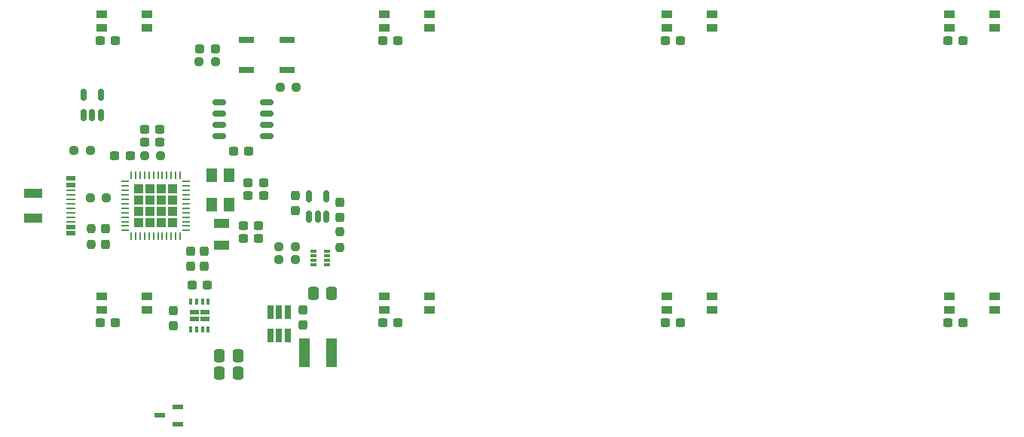
<source format=gtp>
G04 #@! TF.GenerationSoftware,KiCad,Pcbnew,(7.0.0)*
G04 #@! TF.CreationDate,2023-09-26T17:08:46-04:00*
G04 #@! TF.ProjectId,Switch Panel Rev 1,53776974-6368-4205-9061-6e656c205265,rev?*
G04 #@! TF.SameCoordinates,Original*
G04 #@! TF.FileFunction,Paste,Top*
G04 #@! TF.FilePolarity,Positive*
%FSLAX46Y46*%
G04 Gerber Fmt 4.6, Leading zero omitted, Abs format (unit mm)*
G04 Created by KiCad (PCBNEW (7.0.0)) date 2023-09-26 17:08:46*
%MOMM*%
%LPD*%
G01*
G04 APERTURE LIST*
G04 Aperture macros list*
%AMRoundRect*
0 Rectangle with rounded corners*
0 $1 Rounding radius*
0 $2 $3 $4 $5 $6 $7 $8 $9 X,Y pos of 4 corners*
0 Add a 4 corners polygon primitive as box body*
4,1,4,$2,$3,$4,$5,$6,$7,$8,$9,$2,$3,0*
0 Add four circle primitives for the rounded corners*
1,1,$1+$1,$2,$3*
1,1,$1+$1,$4,$5*
1,1,$1+$1,$6,$7*
1,1,$1+$1,$8,$9*
0 Add four rect primitives between the rounded corners*
20,1,$1+$1,$2,$3,$4,$5,0*
20,1,$1+$1,$4,$5,$6,$7,0*
20,1,$1+$1,$6,$7,$8,$9,0*
20,1,$1+$1,$8,$9,$2,$3,0*%
G04 Aperture macros list end*
%ADD10RoundRect,0.150000X0.625000X0.150000X-0.625000X0.150000X-0.625000X-0.150000X0.625000X-0.150000X0*%
%ADD11R,1.700000X0.800000*%
%ADD12RoundRect,0.237500X-0.250000X-0.237500X0.250000X-0.237500X0.250000X0.237500X-0.250000X0.237500X0*%
%ADD13RoundRect,0.237500X-0.300000X-0.237500X0.300000X-0.237500X0.300000X0.237500X-0.300000X0.237500X0*%
%ADD14R,0.650000X1.560000*%
%ADD15R,2.000000X1.000000*%
%ADD16R,1.000000X0.520000*%
%ADD17R,1.000000X0.270000*%
%ADD18RoundRect,0.250000X0.337500X0.475000X-0.337500X0.475000X-0.337500X-0.475000X0.337500X-0.475000X0*%
%ADD19RoundRect,0.237500X-0.237500X0.300000X-0.237500X-0.300000X0.237500X-0.300000X0.237500X0.300000X0*%
%ADD20RoundRect,0.237500X0.237500X-0.300000X0.237500X0.300000X-0.237500X0.300000X-0.237500X-0.300000X0*%
%ADD21R,1.300000X1.600000*%
%ADD22RoundRect,0.237500X-0.237500X0.250000X-0.237500X-0.250000X0.237500X-0.250000X0.237500X0.250000X0*%
%ADD23RoundRect,0.150000X0.150000X-0.512500X0.150000X0.512500X-0.150000X0.512500X-0.150000X-0.512500X0*%
%ADD24RoundRect,0.237500X0.300000X0.237500X-0.300000X0.237500X-0.300000X-0.237500X0.300000X-0.237500X0*%
%ADD25RoundRect,0.237500X0.250000X0.237500X-0.250000X0.237500X-0.250000X-0.237500X0.250000X-0.237500X0*%
%ADD26RoundRect,0.012800X-0.317200X-0.147200X0.317200X-0.147200X0.317200X0.147200X-0.317200X0.147200X0*%
%ADD27RoundRect,0.250000X0.292217X0.292217X-0.292217X0.292217X-0.292217X-0.292217X0.292217X-0.292217X0*%
%ADD28RoundRect,0.062500X0.375000X0.062500X-0.375000X0.062500X-0.375000X-0.062500X0.375000X-0.062500X0*%
%ADD29RoundRect,0.062500X0.062500X0.375000X-0.062500X0.375000X-0.062500X-0.375000X0.062500X-0.375000X0*%
%ADD30R,1.300000X0.600000*%
%ADD31R,1.000000X0.600000*%
%ADD32R,0.350000X0.650000*%
%ADD33R,1.200000X3.300000*%
%ADD34RoundRect,0.237500X-0.287500X-0.237500X0.287500X-0.237500X0.287500X0.237500X-0.287500X0.237500X0*%
%ADD35R,1.800000X1.000000*%
%ADD36R,1.200000X0.900000*%
G04 APERTURE END LIST*
D10*
X66835400Y-58826400D03*
X66835400Y-57556400D03*
X66835400Y-56286400D03*
X66835400Y-55016400D03*
X61485400Y-55016400D03*
X61485400Y-56286400D03*
X61485400Y-57556400D03*
X61485400Y-58826400D03*
D11*
X69087999Y-51356999D03*
X69087999Y-47956999D03*
D12*
X46966500Y-65735200D03*
X48791500Y-65735200D03*
D13*
X111584400Y-79806800D03*
X113309400Y-79806800D03*
D14*
X69157599Y-78583999D03*
X68207599Y-78583999D03*
X67257599Y-78583999D03*
X67257599Y-81283999D03*
X68207599Y-81283999D03*
X69157599Y-81283999D03*
D15*
X40589199Y-65274999D03*
X40589199Y-68074999D03*
D16*
X44789199Y-63574999D03*
X44789199Y-64324999D03*
D17*
X44789199Y-64924999D03*
X44789199Y-66424999D03*
X44789199Y-67424999D03*
X44789199Y-68424999D03*
D16*
X44789199Y-69024999D03*
X44789199Y-69774999D03*
X44789199Y-69774999D03*
X44789199Y-69024999D03*
D17*
X44789199Y-67924999D03*
X44789199Y-66924999D03*
X44789199Y-65924999D03*
X44789199Y-65424999D03*
D16*
X44789199Y-64324999D03*
X44789199Y-63574999D03*
D18*
X63572300Y-83527800D03*
X61497300Y-83527800D03*
D19*
X70066800Y-65467300D03*
X70066800Y-67192300D03*
D20*
X58293000Y-73454600D03*
X58293000Y-71729600D03*
D21*
X62620399Y-66521599D03*
X62620399Y-63221599D03*
X60620399Y-63221599D03*
X60620399Y-66521599D03*
D13*
X53112500Y-58039000D03*
X54837500Y-58039000D03*
D20*
X70896200Y-80089100D03*
X70896200Y-78364100D03*
D18*
X74123700Y-76508800D03*
X72048700Y-76508800D03*
D22*
X47091600Y-69191500D03*
X47091600Y-71016500D03*
D23*
X71590800Y-67867300D03*
X72540800Y-67867300D03*
X73490800Y-67867300D03*
X73490800Y-65592300D03*
X71590800Y-65592300D03*
D24*
X65910800Y-70332600D03*
X64185800Y-70332600D03*
D25*
X54887500Y-60985400D03*
X53062500Y-60985400D03*
D12*
X59211200Y-50444400D03*
X61036200Y-50444400D03*
D18*
X63572300Y-85496400D03*
X61497300Y-85496400D03*
D13*
X48084400Y-48056800D03*
X49809400Y-48056800D03*
D12*
X68324500Y-53291000D03*
X70149500Y-53291000D03*
D13*
X49735400Y-60985400D03*
X51460400Y-60985400D03*
D25*
X70024300Y-71225600D03*
X68199300Y-71225600D03*
D26*
X72085200Y-71796400D03*
X72085200Y-72296400D03*
X72085200Y-72796400D03*
X72085200Y-73296400D03*
X73555200Y-73296400D03*
X73555200Y-72796400D03*
X73555200Y-72296400D03*
X73555200Y-71796400D03*
D13*
X53112500Y-59512200D03*
X54837500Y-59512200D03*
D24*
X66445300Y-65532000D03*
X64720300Y-65532000D03*
X66445300Y-64058800D03*
X64720300Y-64058800D03*
X65910800Y-68859400D03*
X64185800Y-68859400D03*
D13*
X79833300Y-79806800D03*
X81558300Y-79806800D03*
D20*
X74994400Y-67992300D03*
X74994400Y-66267300D03*
D13*
X63069300Y-60528200D03*
X64794300Y-60528200D03*
D27*
X56250600Y-68587500D03*
X56250600Y-67312500D03*
X56250600Y-66037500D03*
X56250600Y-64762500D03*
X54975600Y-68587500D03*
X54975600Y-67312500D03*
X54975600Y-66037500D03*
X54975600Y-64762500D03*
X53700600Y-68587500D03*
X53700600Y-67312500D03*
X53700600Y-66037500D03*
X53700600Y-64762500D03*
X52425600Y-68587500D03*
X52425600Y-67312500D03*
X52425600Y-66037500D03*
X52425600Y-64762500D03*
D28*
X57775600Y-69425000D03*
X57775600Y-68925000D03*
X57775600Y-68425000D03*
X57775600Y-67925000D03*
X57775600Y-67425000D03*
X57775600Y-66925000D03*
X57775600Y-66425000D03*
X57775600Y-65925000D03*
X57775600Y-65425000D03*
X57775600Y-64925000D03*
X57775600Y-64425000D03*
X57775600Y-63925000D03*
D29*
X57088100Y-63237500D03*
X56588100Y-63237500D03*
X56088100Y-63237500D03*
X55588100Y-63237500D03*
X55088100Y-63237500D03*
X54588100Y-63237500D03*
X54088100Y-63237500D03*
X53588100Y-63237500D03*
X53088100Y-63237500D03*
X52588100Y-63237500D03*
X52088100Y-63237500D03*
X51588100Y-63237500D03*
D28*
X50900600Y-63925000D03*
X50900600Y-64425000D03*
X50900600Y-64925000D03*
X50900600Y-65425000D03*
X50900600Y-65925000D03*
X50900600Y-66425000D03*
X50900600Y-66925000D03*
X50900600Y-67425000D03*
X50900600Y-67925000D03*
X50900600Y-68425000D03*
X50900600Y-68925000D03*
X50900600Y-69425000D03*
D29*
X51588100Y-70112500D03*
X52088100Y-70112500D03*
X52588100Y-70112500D03*
X53088100Y-70112500D03*
X53588100Y-70112500D03*
X54088100Y-70112500D03*
X54588100Y-70112500D03*
X55088100Y-70112500D03*
X55588100Y-70112500D03*
X56088100Y-70112500D03*
X56588100Y-70112500D03*
X57088100Y-70112500D03*
D20*
X59791600Y-73454600D03*
X59791600Y-71729600D03*
D13*
X143334400Y-48056800D03*
X145059400Y-48056800D03*
D30*
X56870599Y-91206399D03*
X56870599Y-89306399D03*
X54770599Y-90256399D03*
D13*
X143334400Y-79806800D03*
X145059400Y-79806800D03*
D12*
X45165000Y-60452000D03*
X46990000Y-60452000D03*
D11*
X64537999Y-51356999D03*
X64537999Y-47956999D03*
D31*
X59873799Y-78607099D03*
X58673799Y-78607099D03*
X59873799Y-79382099D03*
X58673799Y-79382099D03*
D32*
X60248799Y-77444599D03*
X59598799Y-77444599D03*
X58948799Y-77444599D03*
X58298799Y-77444599D03*
X58298799Y-80544599D03*
X58948799Y-80544599D03*
X59598799Y-80544599D03*
X60248799Y-80544599D03*
D13*
X58421100Y-75615800D03*
X60146100Y-75615800D03*
D33*
X71016199Y-83188999D03*
X74116199Y-83188999D03*
D20*
X48666400Y-70966500D03*
X48666400Y-69241500D03*
D34*
X59271200Y-48971200D03*
X61021200Y-48971200D03*
D13*
X79832200Y-48056800D03*
X81557200Y-48056800D03*
D23*
X46253400Y-56438800D03*
X47203400Y-56438800D03*
X48153400Y-56438800D03*
X48153400Y-54163800D03*
X46253400Y-54163800D03*
D13*
X111584400Y-48056800D03*
X113309400Y-48056800D03*
D12*
X68199300Y-72724200D03*
X70024300Y-72724200D03*
D20*
X56286400Y-80186700D03*
X56286400Y-78461700D03*
D35*
X61747399Y-68599999D03*
X61747399Y-71099999D03*
D13*
X48084400Y-79806800D03*
X49809400Y-79806800D03*
D22*
X75004600Y-69553000D03*
X75004600Y-71378000D03*
D36*
X80009999Y-46596999D03*
X80009999Y-45096999D03*
X85089999Y-45096999D03*
X85089999Y-46596999D03*
X111759999Y-78346999D03*
X111759999Y-76846999D03*
X116839999Y-76846999D03*
X116839999Y-78346999D03*
X143509999Y-46596999D03*
X143509999Y-45096999D03*
X148589999Y-45096999D03*
X148589999Y-46596999D03*
X143509999Y-78346999D03*
X143509999Y-76846999D03*
X148589999Y-76846999D03*
X148589999Y-78346999D03*
X111759999Y-46596999D03*
X111759999Y-45096999D03*
X116839999Y-45096999D03*
X116839999Y-46596999D03*
X48259999Y-46596999D03*
X48259999Y-45096999D03*
X53339999Y-45096999D03*
X53339999Y-46596999D03*
X48259999Y-78346999D03*
X48259999Y-76846999D03*
X53339999Y-76846999D03*
X53339999Y-78346999D03*
X80009999Y-78346999D03*
X80009999Y-76846999D03*
X85089999Y-76846999D03*
X85089999Y-78346999D03*
M02*

</source>
